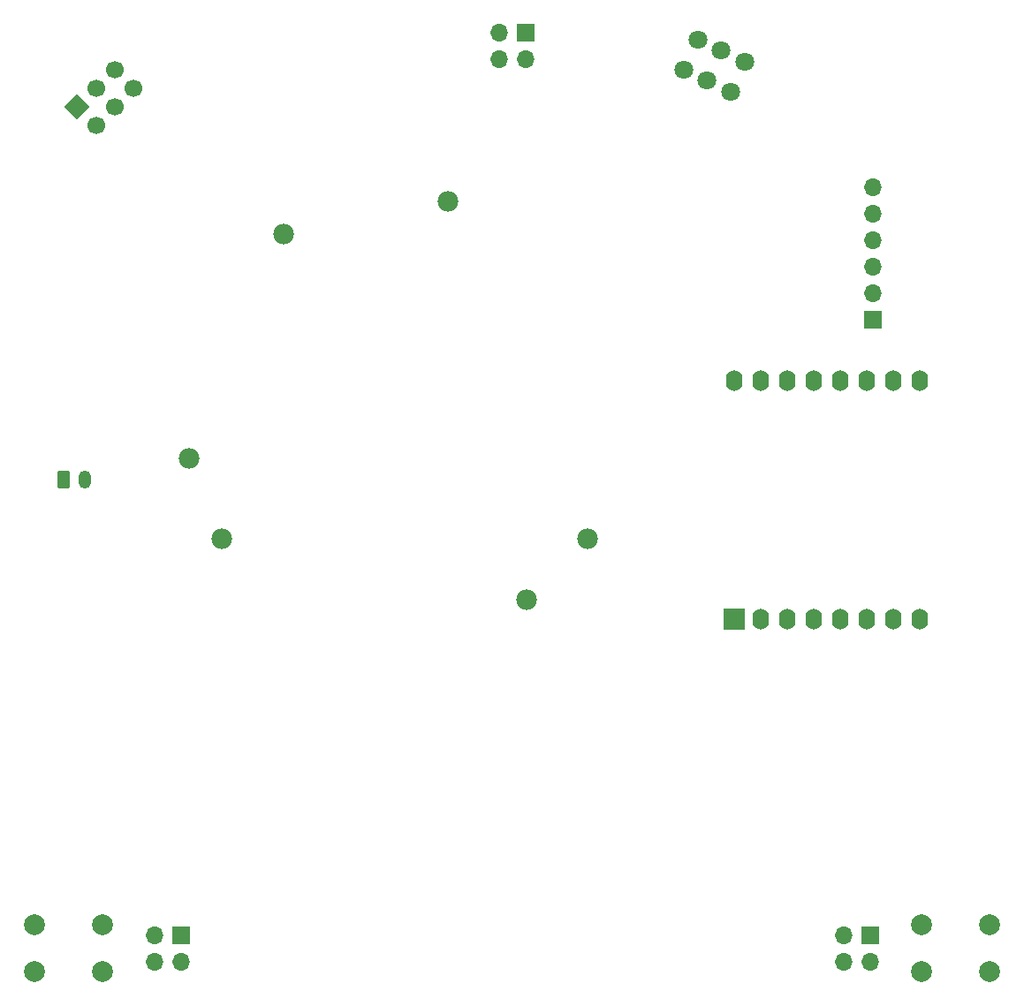
<source format=gbr>
%TF.GenerationSoftware,KiCad,Pcbnew,(6.0.9)*%
%TF.CreationDate,2023-02-14T14:55:24-08:00*%
%TF.ProjectId,DC31_Cnet_Badge_Rear,44433331-5f43-46e6-9574-5f4261646765,rev?*%
%TF.SameCoordinates,Original*%
%TF.FileFunction,Soldermask,Top*%
%TF.FilePolarity,Negative*%
%FSLAX46Y46*%
G04 Gerber Fmt 4.6, Leading zero omitted, Abs format (unit mm)*
G04 Created by KiCad (PCBNEW (6.0.9)) date 2023-02-14 14:55:24*
%MOMM*%
%LPD*%
G01*
G04 APERTURE LIST*
G04 Aperture macros list*
%AMRoundRect*
0 Rectangle with rounded corners*
0 $1 Rounding radius*
0 $2 $3 $4 $5 $6 $7 $8 $9 X,Y pos of 4 corners*
0 Add a 4 corners polygon primitive as box body*
4,1,4,$2,$3,$4,$5,$6,$7,$8,$9,$2,$3,0*
0 Add four circle primitives for the rounded corners*
1,1,$1+$1,$2,$3*
1,1,$1+$1,$4,$5*
1,1,$1+$1,$6,$7*
1,1,$1+$1,$8,$9*
0 Add four rect primitives between the rounded corners*
20,1,$1+$1,$2,$3,$4,$5,0*
20,1,$1+$1,$4,$5,$6,$7,0*
20,1,$1+$1,$6,$7,$8,$9,0*
20,1,$1+$1,$8,$9,$2,$3,0*%
%AMHorizOval*
0 Thick line with rounded ends*
0 $1 width*
0 $2 $3 position (X,Y) of the first rounded end (center of the circle)*
0 $4 $5 position (X,Y) of the second rounded end (center of the circle)*
0 Add line between two ends*
20,1,$1,$2,$3,$4,$5,0*
0 Add two circle primitives to create the rounded ends*
1,1,$1,$2,$3*
1,1,$1,$4,$5*%
%AMRotRect*
0 Rectangle, with rotation*
0 The origin of the aperture is its center*
0 $1 length*
0 $2 width*
0 $3 Rotation angle, in degrees counterclockwise*
0 Add horizontal line*
21,1,$1,$2,0,0,$3*%
G04 Aperture macros list end*
%ADD10R,1.700000X1.700000*%
%ADD11O,1.700000X1.700000*%
%ADD12C,1.981200*%
%ADD13C,1.800000*%
%ADD14RoundRect,0.250000X-0.350000X-0.625000X0.350000X-0.625000X0.350000X0.625000X-0.350000X0.625000X0*%
%ADD15O,1.200000X1.750000*%
%ADD16RotRect,1.700000X1.700000X135.000000*%
%ADD17HorizOval,1.700000X0.000000X0.000000X0.000000X0.000000X0*%
%ADD18R,2.000000X2.000000*%
%ADD19O,1.600000X2.000000*%
%ADD20C,2.000000*%
G04 APERTURE END LIST*
D10*
%TO.C,U1*%
X134600000Y-82220000D03*
D11*
X134600000Y-79680000D03*
X134600000Y-77140000D03*
X134600000Y-74600000D03*
X134600000Y-72060000D03*
X134600000Y-69520000D03*
%TD*%
D10*
%TO.C,J1*%
X101290000Y-54750000D03*
D11*
X98750000Y-54750000D03*
X101290000Y-57290000D03*
X98750000Y-57290000D03*
%TD*%
D12*
%TO.C,NP1*%
X78066800Y-74048600D03*
X93814800Y-70949800D03*
X107226000Y-103258600D03*
X101384000Y-109126000D03*
X72148600Y-103233200D03*
X69049800Y-95587800D03*
%TD*%
D10*
%TO.C,J2*%
X134290000Y-141250000D03*
D11*
X131750000Y-141250000D03*
X134290000Y-143790000D03*
X131750000Y-143790000D03*
%TD*%
D13*
%TO.C,S1*%
X117768461Y-55386909D03*
X120034230Y-56443455D03*
X122300000Y-57500000D03*
X116416083Y-58287094D03*
X118681852Y-59343640D03*
X120947621Y-60400185D03*
%TD*%
D14*
%TO.C,J5*%
X57000000Y-97550000D03*
D15*
X59000000Y-97550000D03*
%TD*%
D16*
%TO.C,J4*%
X58302388Y-61873277D03*
D17*
X60098439Y-63669328D03*
X60098439Y-60077226D03*
X61894490Y-61873277D03*
X61894490Y-58281175D03*
X63690542Y-60077226D03*
%TD*%
D10*
%TO.C,J3*%
X68290000Y-141250000D03*
D11*
X65750000Y-141250000D03*
X68290000Y-143790000D03*
X65750000Y-143790000D03*
%TD*%
D18*
%TO.C,U2*%
X121300000Y-111000000D03*
D19*
X123840000Y-111000000D03*
X126380000Y-111000000D03*
X128920000Y-111000000D03*
X131460000Y-111000000D03*
X134000000Y-111000000D03*
X136540000Y-111000000D03*
X139080000Y-111000000D03*
X139080000Y-88140000D03*
X136540000Y-88140000D03*
X134000000Y-88140000D03*
X131460000Y-88140000D03*
X128920000Y-88140000D03*
X126380000Y-88140000D03*
X123840000Y-88140000D03*
X121300000Y-88140000D03*
%TD*%
D20*
%TO.C,SW2*%
X60750000Y-140250000D03*
X54250000Y-140250000D03*
X54250000Y-144750000D03*
X60750000Y-144750000D03*
%TD*%
%TO.C,SW1*%
X145750000Y-140250000D03*
X139250000Y-140250000D03*
X139250000Y-144750000D03*
X145750000Y-144750000D03*
%TD*%
M02*

</source>
